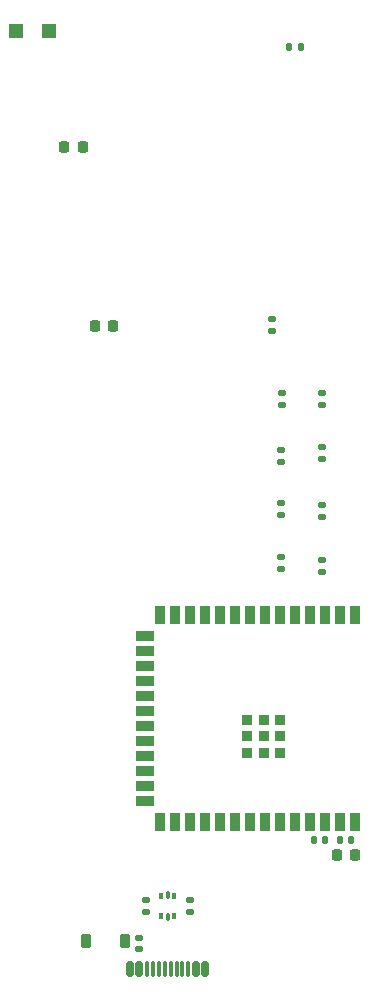
<source format=gbp>
G04 #@! TF.GenerationSoftware,KiCad,Pcbnew,8.0.8*
G04 #@! TF.CreationDate,2025-02-25T21:21:12+02:00*
G04 #@! TF.ProjectId,minisumo_2025,6d696e69-7375-46d6-9f5f-323032352e6b,rev?*
G04 #@! TF.SameCoordinates,Original*
G04 #@! TF.FileFunction,Paste,Bot*
G04 #@! TF.FilePolarity,Positive*
%FSLAX46Y46*%
G04 Gerber Fmt 4.6, Leading zero omitted, Abs format (unit mm)*
G04 Created by KiCad (PCBNEW 8.0.8) date 2025-02-25 21:21:12*
%MOMM*%
%LPD*%
G01*
G04 APERTURE LIST*
G04 Aperture macros list*
%AMRoundRect*
0 Rectangle with rounded corners*
0 $1 Rounding radius*
0 $2 $3 $4 $5 $6 $7 $8 $9 X,Y pos of 4 corners*
0 Add a 4 corners polygon primitive as box body*
4,1,4,$2,$3,$4,$5,$6,$7,$8,$9,$2,$3,0*
0 Add four circle primitives for the rounded corners*
1,1,$1+$1,$2,$3*
1,1,$1+$1,$4,$5*
1,1,$1+$1,$6,$7*
1,1,$1+$1,$8,$9*
0 Add four rect primitives between the rounded corners*
20,1,$1+$1,$2,$3,$4,$5,0*
20,1,$1+$1,$4,$5,$6,$7,0*
20,1,$1+$1,$6,$7,$8,$9,0*
20,1,$1+$1,$8,$9,$2,$3,0*%
G04 Aperture macros list end*
%ADD10RoundRect,0.135000X-0.185000X0.135000X-0.185000X-0.135000X0.185000X-0.135000X0.185000X0.135000X0*%
%ADD11RoundRect,0.140000X-0.140000X-0.170000X0.140000X-0.170000X0.140000X0.170000X-0.140000X0.170000X0*%
%ADD12RoundRect,0.150000X0.150000X0.500000X-0.150000X0.500000X-0.150000X-0.500000X0.150000X-0.500000X0*%
%ADD13RoundRect,0.075000X0.075000X0.575000X-0.075000X0.575000X-0.075000X-0.575000X0.075000X-0.575000X0*%
%ADD14RoundRect,0.135000X0.135000X0.185000X-0.135000X0.185000X-0.135000X-0.185000X0.135000X-0.185000X0*%
%ADD15RoundRect,0.225000X-0.225000X-0.375000X0.225000X-0.375000X0.225000X0.375000X-0.225000X0.375000X0*%
%ADD16RoundRect,0.093750X-0.093750X0.156250X-0.093750X-0.156250X0.093750X-0.156250X0.093750X0.156250X0*%
%ADD17RoundRect,0.075000X-0.075000X0.250000X-0.075000X-0.250000X0.075000X-0.250000X0.075000X0.250000X0*%
%ADD18R,1.200000X1.200000*%
%ADD19RoundRect,0.225000X0.225000X0.250000X-0.225000X0.250000X-0.225000X-0.250000X0.225000X-0.250000X0*%
%ADD20RoundRect,0.225000X-0.225000X-0.250000X0.225000X-0.250000X0.225000X0.250000X-0.225000X0.250000X0*%
%ADD21RoundRect,0.140000X0.170000X-0.140000X0.170000X0.140000X-0.170000X0.140000X-0.170000X-0.140000X0*%
%ADD22RoundRect,0.135000X0.185000X-0.135000X0.185000X0.135000X-0.185000X0.135000X-0.185000X-0.135000X0*%
%ADD23R,0.900000X0.900000*%
%ADD24R,0.900000X1.500000*%
%ADD25R,1.500000X0.900000*%
G04 APERTURE END LIST*
D10*
G04 #@! TO.C,R2*
X135430000Y-125150000D03*
X135430000Y-126170000D03*
G04 #@! TD*
D11*
G04 #@! TO.C,C1*
X148140000Y-120040000D03*
X149100000Y-120040000D03*
G04 #@! TD*
D12*
G04 #@! TO.C,J1*
X136750000Y-130915000D03*
X135950000Y-130915000D03*
D13*
X134800000Y-130915000D03*
X133800000Y-130915000D03*
X133300000Y-130915000D03*
X132300000Y-130915000D03*
D12*
X131150000Y-130915000D03*
X130350000Y-130915000D03*
X130350000Y-130915000D03*
X131150000Y-130915000D03*
D13*
X131800000Y-130915000D03*
X132800000Y-130915000D03*
X134300000Y-130915000D03*
X135300000Y-130915000D03*
D12*
X135950000Y-130915000D03*
X136750000Y-130915000D03*
G04 #@! TD*
D10*
G04 #@! TO.C,R16*
X146650000Y-86790000D03*
X146650000Y-87810000D03*
G04 #@! TD*
D14*
G04 #@! TO.C,R15*
X144820000Y-52900000D03*
X143800000Y-52900000D03*
G04 #@! TD*
D15*
G04 #@! TO.C,D3*
X126612500Y-128570000D03*
X129912500Y-128570000D03*
G04 #@! TD*
D10*
G04 #@! TO.C,R14*
X143150000Y-87000000D03*
X143150000Y-88020000D03*
G04 #@! TD*
G04 #@! TO.C,R20*
X146650000Y-82190000D03*
X146650000Y-83210000D03*
G04 #@! TD*
G04 #@! TO.C,R10*
X146650000Y-91640000D03*
X146650000Y-92660000D03*
G04 #@! TD*
D16*
G04 #@! TO.C,U2*
X133012500Y-124800000D03*
D17*
X133550000Y-124725000D03*
D16*
X134087500Y-124800000D03*
X134087500Y-126500000D03*
D17*
X133550000Y-126575000D03*
D16*
X133012500Y-126500000D03*
G04 #@! TD*
D18*
G04 #@! TO.C,D5*
X123500000Y-51550000D03*
X120700000Y-51550000D03*
G04 #@! TD*
D10*
G04 #@! TO.C,R12*
X146650000Y-96290000D03*
X146650000Y-97310000D03*
G04 #@! TD*
D19*
G04 #@! TO.C,C27*
X128950000Y-76500000D03*
X127400000Y-76500000D03*
G04 #@! TD*
G04 #@! TO.C,C28*
X126346351Y-61355026D03*
X124796351Y-61355026D03*
G04 #@! TD*
D10*
G04 #@! TO.C,R11*
X143150000Y-96090000D03*
X143150000Y-97110000D03*
G04 #@! TD*
G04 #@! TO.C,R9*
X143150000Y-91540000D03*
X143150000Y-92560000D03*
G04 #@! TD*
D11*
G04 #@! TO.C,C32*
X145910000Y-120040000D03*
X146870000Y-120040000D03*
G04 #@! TD*
D10*
G04 #@! TO.C,R19*
X143200000Y-82150000D03*
X143200000Y-83170000D03*
G04 #@! TD*
D20*
G04 #@! TO.C,C2*
X147875000Y-121300000D03*
X149425000Y-121300000D03*
G04 #@! TD*
D21*
G04 #@! TO.C,C6*
X131150000Y-129270000D03*
X131150000Y-128310000D03*
G04 #@! TD*
D22*
G04 #@! TO.C,R13*
X142381398Y-76918228D03*
X142381398Y-75898228D03*
G04 #@! TD*
D23*
G04 #@! TO.C,U3*
X140290000Y-112650000D03*
X141690000Y-112650000D03*
X143090000Y-112650000D03*
X140290000Y-111250000D03*
X141690000Y-111250000D03*
X143090000Y-111250000D03*
X140290000Y-109850000D03*
X141690000Y-109850000D03*
X143090000Y-109850000D03*
D24*
X149410000Y-118500000D03*
X148140000Y-118500000D03*
X146870000Y-118500000D03*
X145600000Y-118500000D03*
X144330000Y-118500000D03*
X143060000Y-118500000D03*
X141790000Y-118500000D03*
X140520000Y-118500000D03*
X139250000Y-118500000D03*
X137980000Y-118500000D03*
X136710000Y-118500000D03*
X135440000Y-118500000D03*
X134170000Y-118500000D03*
X132900000Y-118500000D03*
D25*
X131650000Y-116735000D03*
X131650000Y-115465000D03*
X131650000Y-114195000D03*
X131650000Y-112925000D03*
X131650000Y-111655000D03*
X131650000Y-110385000D03*
X131650000Y-109115000D03*
X131650000Y-107845000D03*
X131650000Y-106575000D03*
X131650000Y-105305000D03*
X131650000Y-104035000D03*
X131650000Y-102765000D03*
D24*
X132900000Y-101000000D03*
X134170000Y-101000000D03*
X135440000Y-101000000D03*
X136710000Y-101000000D03*
X137980000Y-101000000D03*
X139250000Y-101000000D03*
X140520000Y-101000000D03*
X141790000Y-101000000D03*
X143060000Y-101000000D03*
X144330000Y-101000000D03*
X145600000Y-101000000D03*
X146870000Y-101000000D03*
X148140000Y-101000000D03*
X149410000Y-101000000D03*
G04 #@! TD*
D10*
G04 #@! TO.C,R3*
X131680000Y-125135000D03*
X131680000Y-126155000D03*
G04 #@! TD*
M02*

</source>
